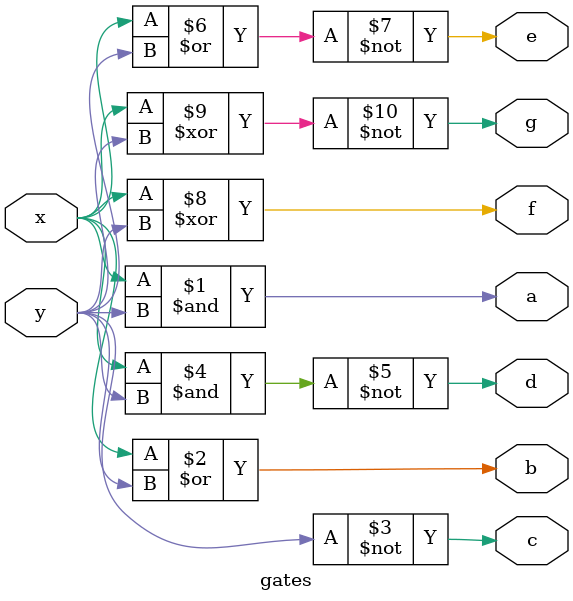
<source format=v>
module gates(a,b,c,d,e,f,g,x,y);
output a,b,c,d,e,f,g;
input x,y;
assign a=x&y;
assign b=x|y;
assign c=~y;
assign d=~(x&y);
assign e=~(x|y);
assign f=x^y;
assign g=~(x^y);
endmodule


</source>
